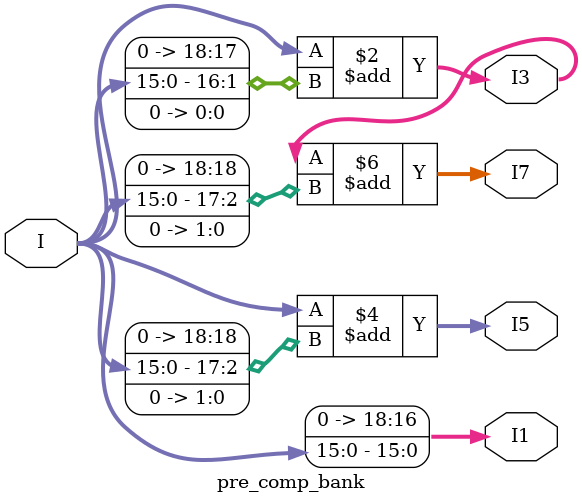
<source format=v>


// Company: iCAS Lab, University of South Carolina
// Engineer: Mohammed E. Elbtity
// Create Date: 06/15/2023 06:01:04 AM
// Design Name: 
// Module Name: pre_comp_bank
// Project Name: 
// Target Devices: 
// Tool Versions: 
// Description: 
// 
// Dependencies: 
// 
// Revision:
// Revision 0.01 - File Created
// Additional Comments:
// 
//////////////////////////////////////////////////////////////////////////////////



`timescale 1ns / 1ps

module pre_comp_bank #(parameter LOG2_WIDTH = 4, WIDTH = 2**LOG2_WIDTH)
(
input	wire	[WIDTH-1:0]		I, //Multiplier
output	wire	[WIDTH+2:0]		I1,I3,I5,I7 //Bank Output
);

assign I1 = I ; // I*1
assign I3 = I + (I << 1) ; // I*3
assign I5 = I + (I << 2) ; // I*5
assign I7 = I3 + (I << 2) ; // I*7

//assign I1 = I ; // I*1
//assign I3 = I + (I << 1) ; // I*3
//assign I5 = I + (I << 2) ; // I*5
//assign I7 = I + (I << 1) + (I << 2) ; // I*7


endmodule

</source>
